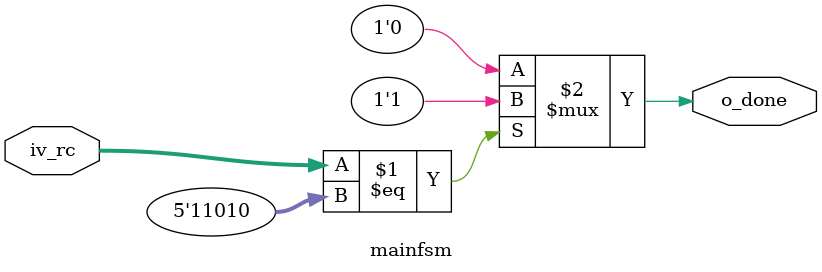
<source format=v>
module mainfsm(
  iv_rc,
  o_done// finish signal 
  );

  input[4:0] iv_rc;
  output o_done;// finish signal 
  assign o_done = (iv_rc == 5'b1_1010)? 1'b1:1'b0;  

endmodule

</source>
